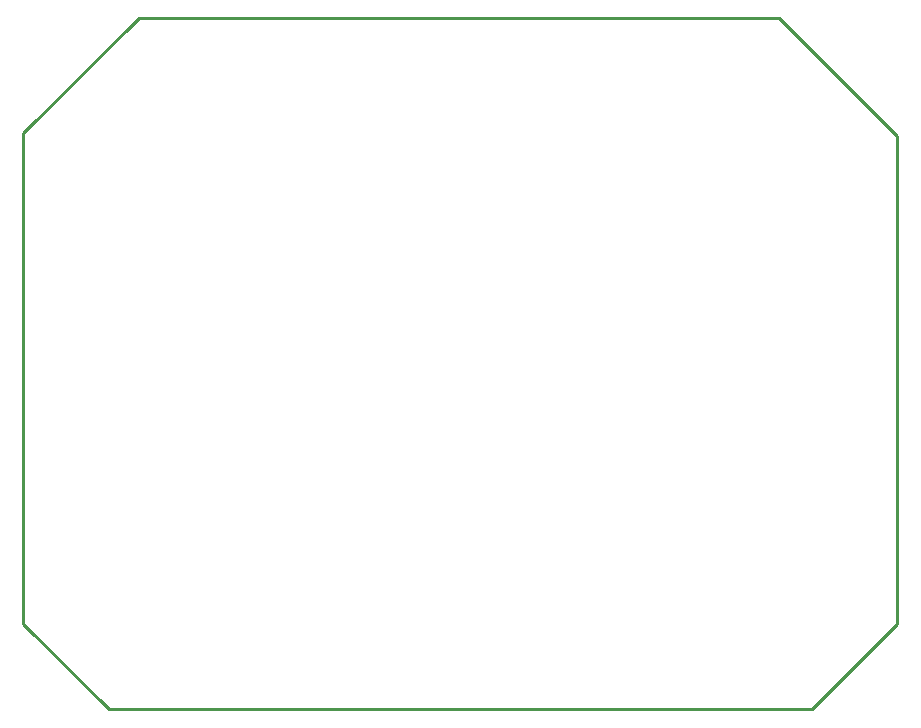
<source format=gm1>
G04*
G04 #@! TF.GenerationSoftware,Altium Limited,Altium Designer,19.1.8 (144)*
G04*
G04 Layer_Color=16711935*
%FSLAX42Y42*%
%MOMM*%
G71*
G01*
G75*
%ADD11C,0.25*%
D11*
X3700Y-2025D02*
Y2100D01*
X2700Y3100D02*
X3700Y2100D01*
X-2725Y3100D02*
X2700D01*
X-3700Y-2025D02*
Y2125D01*
X-2725Y3100D01*
X-3700Y-2025D02*
X-2975Y-2750D01*
X2975D01*
X3700Y-2025D01*
M02*

</source>
